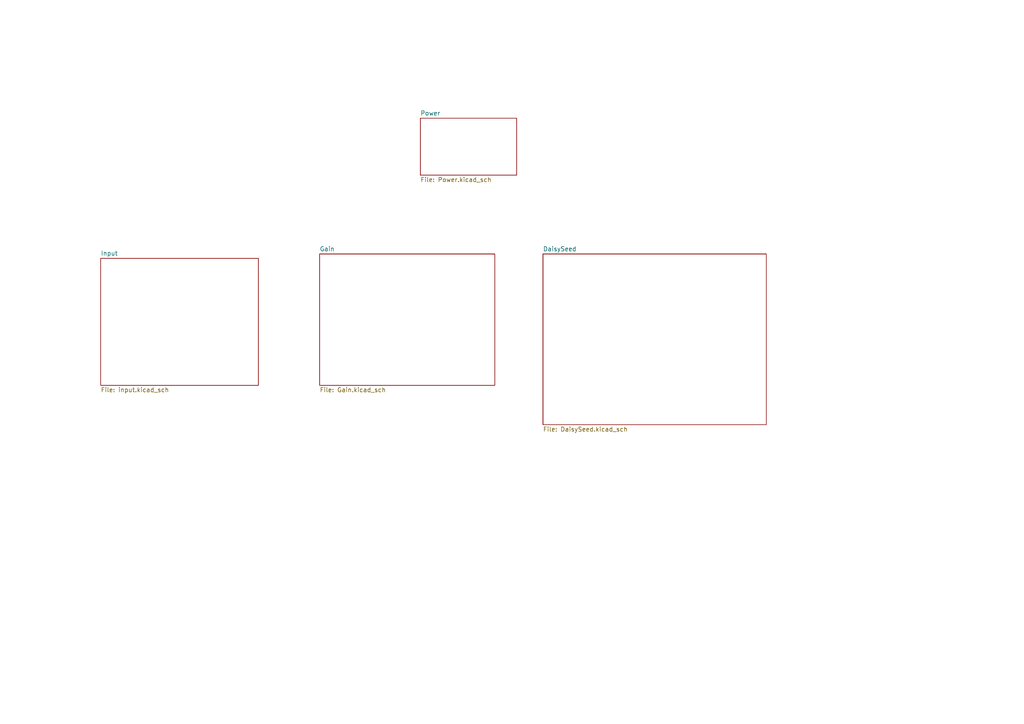
<source format=kicad_sch>
(kicad_sch
	(version 20231120)
	(generator "eeschema")
	(generator_version "8.0")
	(uuid "a2662f7c-8239-40ad-828c-dd886b1cb258")
	(paper "A4")
	(lib_symbols)
	(sheet
		(at 92.71 73.66)
		(size 50.8 38.1)
		(fields_autoplaced yes)
		(stroke
			(width 0.1524)
			(type solid)
		)
		(fill
			(color 0 0 0 0.0000)
		)
		(uuid "2d2a1034-e48c-49fc-bcf3-f4cbd3d88eef")
		(property "Sheetname" "Gain"
			(at 92.71 72.9484 0)
			(effects
				(font
					(size 1.27 1.27)
				)
				(justify left bottom)
			)
		)
		(property "Sheetfile" "Gain.kicad_sch"
			(at 92.71 112.3446 0)
			(effects
				(font
					(size 1.27 1.27)
				)
				(justify left top)
			)
		)
		(instances
			(project "Ouroboros"
				(path "/a2662f7c-8239-40ad-828c-dd886b1cb258"
					(page "4")
				)
			)
		)
	)
	(sheet
		(at 121.92 34.29)
		(size 27.94 16.51)
		(fields_autoplaced yes)
		(stroke
			(width 0.1524)
			(type solid)
		)
		(fill
			(color 0 0 0 0.0000)
		)
		(uuid "62d72753-1043-42a5-8194-984b7e294543")
		(property "Sheetname" "Power"
			(at 121.92 33.5784 0)
			(effects
				(font
					(size 1.27 1.27)
				)
				(justify left bottom)
			)
		)
		(property "Sheetfile" "Power.kicad_sch"
			(at 121.92 51.3846 0)
			(effects
				(font
					(size 1.27 1.27)
				)
				(justify left top)
			)
		)
		(instances
			(project "Ouroboros"
				(path "/a2662f7c-8239-40ad-828c-dd886b1cb258"
					(page "5")
				)
			)
		)
	)
	(sheet
		(at 29.21 74.93)
		(size 45.72 36.83)
		(fields_autoplaced yes)
		(stroke
			(width 0.1524)
			(type solid)
		)
		(fill
			(color 0 0 0 0.0000)
		)
		(uuid "66c5e6da-8274-4bfc-b294-7d19b5ad631c")
		(property "Sheetname" "Input"
			(at 29.21 74.2184 0)
			(effects
				(font
					(size 1.27 1.27)
				)
				(justify left bottom)
			)
		)
		(property "Sheetfile" "input.kicad_sch"
			(at 29.21 112.3446 0)
			(effects
				(font
					(size 1.27 1.27)
				)
				(justify left top)
			)
		)
		(instances
			(project "Ouroboros"
				(path "/a2662f7c-8239-40ad-828c-dd886b1cb258"
					(page "3")
				)
			)
		)
	)
	(sheet
		(at 157.48 73.66)
		(size 64.77 49.53)
		(fields_autoplaced yes)
		(stroke
			(width 0.1524)
			(type solid)
		)
		(fill
			(color 0 0 0 0.0000)
		)
		(uuid "ba1cd65b-2a74-4443-bdbe-a3dc34abcd57")
		(property "Sheetname" "DaisySeed"
			(at 157.48 72.9484 0)
			(effects
				(font
					(size 1.27 1.27)
				)
				(justify left bottom)
			)
		)
		(property "Sheetfile" "DaisySeed.kicad_sch"
			(at 157.48 123.7746 0)
			(effects
				(font
					(size 1.27 1.27)
				)
				(justify left top)
			)
		)
		(instances
			(project "Ouroboros"
				(path "/a2662f7c-8239-40ad-828c-dd886b1cb258"
					(page "2")
				)
			)
		)
	)
	(sheet_instances
		(path "/"
			(page "1")
		)
	)
)

</source>
